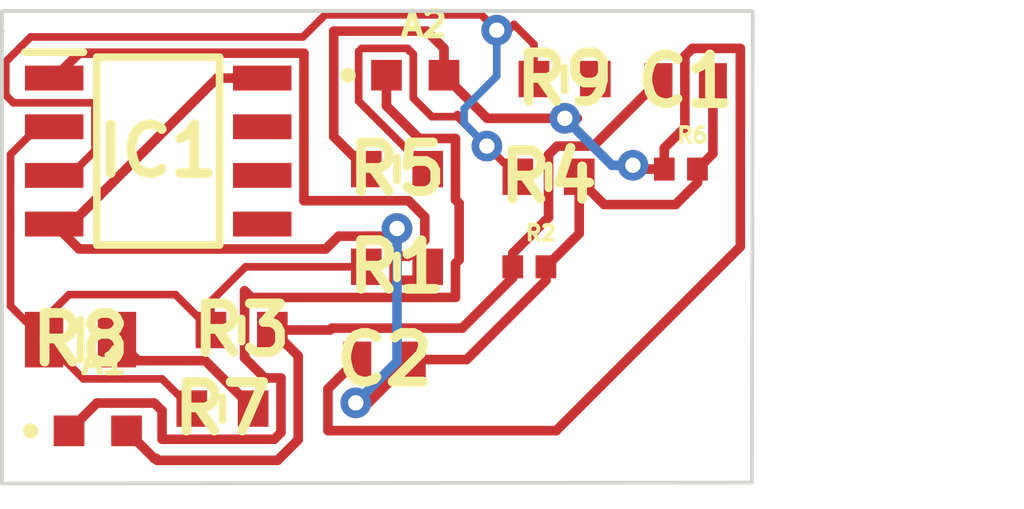
<source format=kicad_pcb>
(kicad_pcb (version 20211014) (generator pcbnew)
  (layers (0 "F.Cu" signal) (31 "B.Cu" signal) (34 "B.Paste" user) (35 "F.Paste" user) (36 "B.SilkS" user "B.Silkscreen") (37 "F.SilkS" user "F.Silkscreen") (38 "B.Mask" user) (39 "F.Mask" user) (44 "Edge.Cuts" user))
  (net 0 "")
  (net 1 "Vsupply")
  (net 2 "Vout1")
  (net 3 "Vout2")
  (net 4 "+5v")
  (net 5 "IN1-")
  (net 6 "IN1+")
  (net 7 "3v3")
  (net 8 "+3v3")
  (net 9 "Vdiff")
  (footprint "footprints:XDCR_ALS-PT19-315C_L177_TR8" (layer "F.Cu") (at 121.05 103.855)
    (fp_text reference "A1" (at 0.157 -1.8114) (layer "F.SilkS") (effects (font (size 0.64 0.64))))
    (fp_text value "ALS-PT19-315C/L177/TR8")
    (fp_circle (center -1.75 0) (end -1.65 0) (layer "F.SilkS") (width 0.2) (fill none))
    (pad "1" smd rect locked (at -0.75 0) (size 0.8 0.8) (layers "F.Cu" "F.Paste" "F.Mask") (net 7 "3v3"))
    (pad "2" smd rect locked (at 0.75 0) (size 0.8 0.8) (layers "F.Cu" "F.Paste" "F.Mask") (net 2 "Vout1"))
  )
  (footprint "SamacSys_Parts:RESC1608X55N" (layer "F.Cu") (at 128.85 99.575)
    (fp_text reference "R1" (at 0 0) (layer "F.SilkS") (effects (font (size 1.27 1.27) (thickness 0.254))))
    (fp_text value "RC0603FR-071KL" hide)
    (fp_line (start 0 -0.3) (end 0 0.3) (layer "F.SilkS") (width 0.2))
    (pad "1" smd rect locked (at -0.8 0) (size 0.8 0.95) (layers "F.Cu" "F.Paste" "F.Mask") (net 5 "IN1-"))
    (pad "2" smd rect locked (at 0.8 0) (size 0.8 0.95) (layers "F.Cu" "F.Paste" "F.Mask") (net 9 "Vdiff"))
  )
  (footprint "SamacSys_Parts:RESC2012X60N" (layer "F.Cu") (at 120.6 101.475)
    (fp_text reference "R8" (at 0 0) (layer "F.SilkS") (effects (font (size 1.27 1.27) (thickness 0.254))))
    (fp_text value "CR0805-FX-5110ELF" hide)
    (fp_line (start 0 -0.525) (end 0 0.525) (layer "F.SilkS") (width 0.2))
    (pad "1" smd rect locked (at -0.95 0) (size 1 1.45) (layers "F.Cu" "F.Paste" "F.Mask") (net 5 "IN1-"))
    (pad "2" smd rect locked (at 0.95 0) (size 1 1.45) (layers "F.Cu" "F.Paste" "F.Mask") (net 4 "+5v"))
  )
  (footprint "SamacSys_Parts:RESC1608X55N" (layer "F.Cu") (at 133.22 94.675)
    (fp_text reference "R9" (at 0 0) (layer "F.SilkS") (effects (font (size 1.27 1.27) (thickness 0.254))))
    (fp_text value "RC0603JR-0710KL" hide)
    (fp_line (start 0 -0.3) (end 0 0.3) (layer "F.SilkS") (width 0.2))
    (pad "1" smd rect locked (at -0.8 0) (size 0.8 0.95) (layers "F.Cu" "F.Paste" "F.Mask") (net 6 "IN1+"))
    (pad "2" smd rect locked (at 0.8 0) (size 0.8 0.95) (layers "F.Cu" "F.Paste" "F.Mask") (net 1 "Vsupply"))
  )
  (footprint "SamacSys_Parts:RESC1608X55N" (layer "F.Cu") (at 128.85 97.025 180)
    (fp_text reference "R5" (at 0 0) (layer "F.SilkS") (effects (font (size 1.27 1.27) (thickness 0.254))))
    (fp_text value "RC0603FR-071KL" hide)
    (fp_line (start 0 -0.3) (end 0 0.3) (layer "F.SilkS") (width 0.2))
    (pad "1" smd rect locked (at -0.8 0 180) (size 0.8 0.95) (layers "F.Cu" "F.Paste" "F.Mask") (net 6 "IN1+"))
    (pad "2" smd rect locked (at 0.8 0 180) (size 0.8 0.95) (layers "F.Cu" "F.Paste" "F.Mask") (net 3 "Vout2"))
  )
  (footprint "footprints:XDCR_ALS-PT19-315C_L177_TR8" (layer "F.Cu") (at 129.325 94.575)
    (fp_text reference "A2" (at 0.225 -1.325) (layer "F.SilkS") (effects (font (size 0.64 0.64))))
    (fp_text value "ALS-PT19-315C/L177/TR8")
    (fp_circle (center -1.75 0) (end -1.65 0) (layer "F.SilkS") (width 0.2) (fill none))
    (pad "1" smd rect locked (at -0.75 0) (size 0.8 0.8) (layers "F.Cu" "F.Paste" "F.Mask") (net 7 "3v3"))
    (pad "2" smd rect locked (at 0.75 0) (size 0.8 0.8) (layers "F.Cu" "F.Paste" "F.Mask") (net 3 "Vout2"))
  )
  (footprint "SamacSys_Parts:RESC1608X55N" (layer "F.Cu") (at 124.8 101.225)
    (fp_text reference "R3" (at 0 0) (layer "F.SilkS") (effects (font (size 1.27 1.27) (thickness 0.254))))
    (fp_text value "RC0603FR-071KL" hide)
    (fp_line (start 0 -0.3) (end 0 0.3) (layer "F.SilkS") (width 0.2))
    (pad "1" smd rect locked (at -0.8 0) (size 0.8 0.95) (layers "F.Cu" "F.Paste" "F.Mask") (net 5 "IN1-"))
    (pad "2" smd rect locked (at 0.8 0) (size 0.8 0.95) (layers "F.Cu" "F.Paste" "F.Mask") (net 2 "Vout1"))
  )
  (footprint "SamacSys_Parts:CAPC1608X90N" (layer "F.Cu") (at 128.525 101.995)
    (fp_text reference "C2" (at 0 0) (layer "F.SilkS") (effects (font (size 1.27 1.27) (thickness 0.254))))
    (fp_text value "CL10A105KB8NNNC" hide)
    (pad "1" smd rect locked (at -0.71 0) (size 0.73 0.94) (layers "F.Cu" "F.Paste" "F.Mask") (net 3 "Vout2"))
    (pad "2" smd rect locked (at 0.71 0) (size 0.73 0.94) (layers "F.Cu" "F.Paste" "F.Mask") (net 8 "+3v3"))
  )
  (footprint "footprints:RESC1005X37N" (layer "F.Cu") (at 132.3 99.575)
    (fp_text reference "R2" (at 0.3 -0.88) (layer "F.SilkS") (effects (font (size 0.393701 0.393701))))
    (fp_text value "AC0402FR-07536KL")
    (pad "1" smd rect locked (at -0.432 0) (size 0.54 0.6) (layers "F.Cu" "F.Paste" "F.Mask") (net 2 "Vout1"))
    (pad "2" smd rect locked (at 0.432 0) (size 0.54 0.6) (layers "F.Cu" "F.Paste" "F.Mask") (net 8 "+3v3"))
  )
  (footprint "SamacSys_Parts:RESC1608X55N" (layer "F.Cu") (at 132.8 97.225)
    (fp_text reference "R4" (at 0 0) (layer "F.SilkS") (effects (font (size 1.27 1.27) (thickness 0.254))))
    (fp_text value "RC0603FR-071KL" hide)
    (fp_line (start 0 -0.3) (end 0 0.3) (layer "F.SilkS") (width 0.2))
    (pad "1" smd rect locked (at -0.8 0) (size 0.8 0.95) (layers "F.Cu" "F.Paste" "F.Mask") (net 6 "IN1+"))
    (pad "2" smd rect locked (at 0.8 0) (size 0.8 0.95) (layers "F.Cu" "F.Paste" "F.Mask") (net 8 "+3v3"))
  )
  (footprint "SamacSys_Parts:RESC1608X55N" (layer "F.Cu") (at 124.3 103.275)
    (fp_text reference "R7" (at 0 0) (layer "F.SilkS") (effects (font (size 1.27 1.27) (thickness 0.254))))
    (fp_text value "RC0603FR-071KL" hide)
    (fp_line (start 0 -0.3) (end 0 0.3) (layer "F.SilkS") (width 0.2))
    (pad "1" smd rect locked (at -0.8 0) (size 0.8 0.95) (layers "F.Cu" "F.Paste" "F.Mask") (net 5 "IN1-"))
    (pad "2" smd rect locked (at 0.8 0) (size 0.8 0.95) (layers "F.Cu" "F.Paste" "F.Mask") (net 4 "+5v"))
  )
  (footprint "SamacSys_Parts:SOIC127P600X175-8N" (layer "F.Cu") (at 122.625 96.555)
    (fp_text reference "IC1" (at 0 0) (layer "F.SilkS") (effects (font (size 1.27 1.27) (thickness 0.254))))
    (fp_text value "LM358DT" hide)
    (fp_line (start -1.6 2.45) (end -1.6 -2.45) (layer "F.SilkS") (width 0.2))
    (fp_line (start -1.6 -2.45) (end 1.6 -2.45) (layer "F.SilkS") (width 0.2))
    (fp_line (start 1.6 2.45) (end -1.6 2.45) (layer "F.SilkS") (width 0.2))
    (fp_line (start -3.475 -2.58) (end -1.95 -2.58) (layer "F.SilkS") (width 0.2))
    (fp_line (start 1.6 -2.45) (end 1.6 2.45) (layer "F.SilkS") (width 0.2))
    (pad "1" smd rect locked (at -2.712 -1.905 90) (size 0.65 1.525) (layers "F.Cu" "F.Paste" "F.Mask") (net 9 "Vdiff"))
    (pad "2" smd rect locked (at -2.712 -0.635 90) (size 0.65 1.525) (layers "F.Cu" "F.Paste" "F.Mask") (net 5 "IN1-"))
    (pad "3" smd rect locked (at -2.712 0.635 90) (size 0.65 1.525) (layers "F.Cu" "F.Paste" "F.Mask") (net 6 "IN1+"))
    (pad "4" smd rect locked (at -2.712 1.905 90) (size 0.65 1.525) (layers "F.Cu" "F.Paste" "F.Mask") (net 8 "+3v3"))
    (pad "5" smd rect locked (at 2.712 1.905 90) (size 0.65 1.525) (layers "F.Cu" "F.Paste" "F.Mask"))
    (pad "6" smd rect locked (at 2.712 0.635 90) (size 0.65 1.525) (layers "F.Cu" "F.Paste" "F.Mask"))
    (pad "7" smd rect locked (at 2.712 -0.635 90) (size 0.65 1.525) (layers "F.Cu" "F.Paste" "F.Mask"))
    (pad "8" smd rect locked (at 2.712 -1.905 90) (size 0.65 1.525) (layers "F.Cu" "F.Paste" "F.Mask") (net 8 "+3v3"))
  )
  (footprint "SamacSys_Parts:CAPC1608X90N" (layer "F.Cu") (at 136.375 94.73)
    (fp_text reference "C1" (at 0 0) (layer "F.SilkS") (effects (font (size 1.27 1.27) (thickness 0.254))))
    (fp_text value "CL10A105KB8NNNC" hide)
    (pad "1" smd rect locked (at -0.71 0) (size 0.73 0.94) (layers "F.Cu" "F.Paste" "F.Mask") (net 2 "Vout1"))
    (pad "2" smd rect locked (at 0.71 0) (size 0.73 0.94) (layers "F.Cu" "F.Paste" "F.Mask") (net 8 "+3v3"))
  )
  (footprint "footprints:RESC1005X37N" (layer "F.Cu") (at 136.25 97.025)
    (fp_text reference "R6" (at 0.3 -0.88) (layer "F.SilkS") (effects (font (size 0.393701 0.393701))))
    (fp_text value "AC0402FR-07536KL")
    (pad "1" smd rect locked (at -0.432 0) (size 0.54 0.6) (layers "F.Cu" "F.Paste" "F.Mask") (net 3 "Vout2"))
    (pad "2" smd rect locked (at 0.432 0) (size 0.54 0.6) (layers "F.Cu" "F.Paste" "F.Mask") (net 8 "+3v3"))
  )
  (gr_line (start 138.1 105.205) (end 118.55 105.23) (layer "Edge.Cuts") (width 0.1))
  (gr_line (start 118.55 105.23) (end 118.55 92.9) (layer "Edge.Cuts") (width 0.1))
  (gr_line (start 118.6 92.9) (end 138.1 92.9) (layer "Edge.Cuts") (width 0.1))
  (gr_line (start 138.125 92.925) (end 138.1 105.205) (layer "Edge.Cuts") (width 0.1))
  (gr_line (start 118.55 93.405) (end 118.575 93.43) (layer "Edge.Cuts") (width 0.1))
  (segment (start 127.150978 101.175) (end 127.100978 101.225) (width 0.25) (layer "F.Cu") (net 2))
  (segment (start 133.024511 96.425489) (end 132.8 96.65) (width 0.25) (layer "F.Cu") (net 2))
  (segment (start 132.8 98.287978) (end 131.868 99.219978) (width 0.25) (layer "F.Cu") (net 2))
  (segment (start 133.969511 96.425489) (end 133.024511 96.425489) (width 0.25) (layer "F.Cu") (net 2))
  (segment (start 126.274031 101.926531) (end 126.271531 101.924031) (width 0.25) (layer "F.Cu") (net 2))
  (segment (start 131.868 99.857) (end 130.55 101.175) (width 0.25) (layer "F.Cu") (net 2))
  (segment (start 132.8 96.65) (end 132.8 98.287978) (width 0.25) (layer "F.Cu") (net 2))
  (segment (start 131.868 99.575) (end 131.868 99.857) (width 0.25) (layer "F.Cu") (net 2))
  (segment (start 121.8 103.855) (end 122.519511 104.574511) (width 0.25) (layer "F.Cu") (net 2))
  (segment (start 135.665 94.73) (end 133.969511 96.425489) (width 0.25) (layer "F.Cu") (net 2))
  (segment (start 125.736197 104.625) (end 126.274031 104.087166) (width 0.25) (layer "F.Cu") (net 2))
  (segment (start 122.5975 104.625) (end 125.736197 104.625) (width 0.25) (layer "F.Cu") (net 2))
  (segment (start 131.868 99.219978) (end 131.868 99.575) (width 0.25) (layer "F.Cu") (net 2))
  (segment (start 130.55 101.175) (end 127.150978 101.175) (width 0.25) (layer "F.Cu") (net 2))
  (segment (start 122.572011 104.599511) (end 122.5975 104.625) (width 0.25) (layer "F.Cu") (net 2))
  (segment (start 126.274031 101.899031) (end 125.6 101.225) (width 0.25) (layer "F.Cu") (net 2))
  (segment (start 126.274031 104.087166) (end 126.274031 101.926531) (width 0.25) (layer "F.Cu") (net 2))
  (segment (start 122.519511 104.574511) (end 122.574511 104.574511) (width 0.25) (layer "F.Cu") (net 2))
  (segment (start 127.100978 101.225) (end 125.6 101.225) (width 0.25) (layer "F.Cu") (net 2))
  (segment (start 127.2 93.42454) (end 129.62454 93.42454) (width 0.25) (layer "F.Cu") (net 3))
  (segment (start 127.815 101.995) (end 127.05 102.76) (width 0.25) (layer "F.Cu") (net 3))
  (segment (start 135.818 97.025) (end 135.1 97.025) (width 0.25) (layer "F.Cu") (net 3))
  (segment (start 129.62454 93.42454) (end 130.075 93.875) (width 0.25) (layer "F.Cu") (net 3))
  (segment (start 136.55 93.875) (end 136.354511 94.070489) (width 0.25) (layer "F.Cu") (net 3))
  (segment (start 131.2 95.7) (end 133.225 95.7) (width 0.25) (layer "F.Cu") (net 3))
  (segment (start 127.2 96.175) (end 127.2 93.42454) (width 0.25) (layer "F.Cu") (net 3))
  (segment (start 137.8 99.05) (end 137.8 93.875) (width 0.25) (layer "F.Cu") (net 3))
  (segment (start 128.05 97.025) (end 127.2 96.175) (width 0.25) (layer "F.Cu") (net 3))
  (segment (start 133 103.85) (end 137.8 99.05) (width 0.25) (layer "F.Cu") (net 3))
  (segment (start 127.05 103.85) (end 133 103.85) (width 0.25) (layer "F.Cu") (net 3))
  (segment (start 136.354511 95.938489) (end 135.818 96.475) (width 0.25) (layer "F.Cu") (net 3))
  (segment (start 133.55 95.7) (end 133.225 95.7) (width 0.25) (layer "F.Cu") (net 3))
  (segment (start 135.1 97.025) (end 135 96.925) (width 0.25) (layer "F.Cu") (net 3))
  (segment (start 130.075 93.875) (end 130.075 94.575) (width 0.25) (layer "F.Cu") (net 3))
  (segment (start 130.075 94.575) (end 131.2 95.7) (width 0.25) (layer "F.Cu") (net 3))
  (segment (start 135.818 96.475) (end 135.818 97.025) (width 0.25) (layer "F.Cu") (net 3))
  (segment (start 137.8 93.875) (end 136.55 93.875) (width 0.25) (layer "F.Cu") (net 3))
  (segment (start 127.05 102.76) (end 127.05 103.85) (width 0.25) (layer "F.Cu") (net 3))
  (segment (start 136.354511 94.070489) (end 136.354511 95.938489) (width 0.25) (layer "F.Cu") (net 3))
  (via (at 133.225 95.7) (size 0.8) (drill 0.4) (layers "F.Cu" "B.Cu") (net 3))
  (via (at 135 96.925) (size 0.8) (drill 0.4) (layers "F.Cu" "B.Cu") (net 3))
  (segment (start 134.45 96.925) (end 133.225 95.7) (width 0.25) (layer "B.Cu") (net 3))
  (segment (start 135 96.925) (end 134.45 96.925) (width 0.25) (layer "B.Cu") (net 3))
  (segment (start 122.099511 102.024511) (end 123.849511 102.024511) (width 0.25) (layer "F.Cu") (net 4))
  (segment (start 121.55 101.475) (end 122.099511 102.024511) (width 0.25) (layer "F.Cu") (net 4))
  (segment (start 123.849511 102.024511) (end 125.1 103.275) (width 0.25) (layer "F.Cu") (net 4))
  (segment (start 124 101.225) (end 123.075 100.3) (width 0.2) (layer "F.Cu") (net 5))
  (segment (start 119.913 95.92) (end 119.496478 95.92) (width 0.2) (layer "F.Cu") (net 5))
  (segment (start 122.724511 102.499511) (end 120.674511 102.499511) (width 0.2) (layer "F.Cu") (net 5))
  (segment (start 118.775 100.6) (end 119.65 101.475) (width 0.2) (layer "F.Cu") (net 5))
  (segment (start 118.775 96.641478) (end 118.775 100.6) (width 0.2) (layer "F.Cu") (net 5))
  (segment (start 119.496478 95.92) (end 118.775 96.641478) (width 0.2) (layer "F.Cu") (net 5))
  (segment (start 124.9 99.575) (end 128.05 99.575) (width 0.2) (layer "F.Cu") (net 5))
  (segment (start 120.3 100.3) (end 119.65 100.95) (width 0.2) (layer "F.Cu") (net 5))
  (segment (start 124 101.225) (end 124 100.475) (width 0.2) (layer "F.Cu") (net 5))
  (segment (start 119.65 100.95) (end 119.65 101.475) (width 0.2) (layer "F.Cu") (net 5))
  (segment (start 120.674511 102.499511) (end 119.65 101.475) (width 0.2) (layer "F.Cu") (net 5))
  (segment (start 123.5 103.275) (end 122.724511 102.499511) (width 0.2) (layer "F.Cu") (net 5))
  (segment (start 123.075 100.3) (end 120.3 100.3) (width 0.2) (layer "F.Cu") (net 5))
  (segment (start 124 100.475) (end 124.9 99.575) (width 0.2) (layer "F.Cu") (net 5))
  (segment (start 129.125 93.875) (end 127.92404 93.875) (width 0.2) (layer "F.Cu") (net 6))
  (segment (start 118.850989 95.295489) (end 118.65002 95.09452) (width 0.2) (layer "F.Cu") (net 6))
  (segment (start 128.06183 95.46317) (end 127.85 95.25134) (width 0.2) (layer "F.Cu") (net 6))
  (segment (start 127.85 95.25134) (end 127.85 93.94904) (width 0.2) (layer "F.Cu") (net 6))
  (segment (start 129.65 97.025) (end 129.62366 97.025) (width 0.2) (layer "F.Cu") (net 6))
  (segment (start 120.975011 95.295489) (end 118.850989 95.295489) (width 0.2) (layer "F.Cu") (net 6))
  (segment (start 132.42 93.77) (end 131.9 93.25) (width 0.2) (layer "F.Cu") (net 6))
  (segment (start 129.62366 97.025) (end 128.06183 95.46317) (width 0.2) (layer "F.Cu") (net 6))
  (segment (start 119.913 97.19) (end 120.329522 97.19) (width 0.2) (layer "F.Cu") (net 6))
  (segment (start 132.42 94.675) (end 132.42 93.77) (width 0.2) (layer "F.Cu") (net 6))
  (segment (start 131.05002 93.00002) (end 131.45 93.4) (width 0.2) (layer "F.Cu") (net 6))
  (segment (start 118.65002 94.226458) (end 119.300508 93.57597) (width 0.2) (layer "F.Cu") (net 6))
  (segment (start 128.06183 95.46317) (end 128.05 95.45134) (width 0.2) (layer "F.Cu") (net 6))
  (segment (start 118.65002 95.09452) (end 118.65002 94.226458) (width 0.2) (layer "F.Cu") (net 6))
  (segment (start 126.97498 93.00002) (end 131.05002 93.00002) (width 0.2) (layer "F.Cu") (net 6))
  (segment (start 129.19904 93.94904) (end 129.125 93.875) (width 0.2) (layer "F.Cu") (net 6))
  (segment (start 120.329522 97.19) (end 120.975011 96.544511) (width 0.2) (layer "F.Cu") (net 6))
  (segment (start 131.75 93.4) (end 131.45 93.4) (width 0.2) (layer "F.Cu") (net 6))
  (segment (start 129.75771 95.656732) (end 130.425 95.656732) (width 0.2) (layer "F.Cu") (net 6))
  (segment (start 131.192732 96.424464) (end 130.425 95.656732) (width 0.2) (layer "F.Cu") (net 6))
  (segment (start 120.975011 96.544511) (end 120.975011 95.295489) (width 0.2) (layer "F.Cu") (net 6))
  (segment (start 126.39903 93.57597) (end 126.97498 93.00002) (width 0.2) (layer "F.Cu") (net 6))
  (segment (start 129.274511 94.024511) (end 129.19904 93.94904) (width 0.2) (layer "F.Cu") (net 6))
  (segment (start 129.19904 93.94904) (end 129.175 93.94904) (width 0.2) (layer "F.Cu") (net 6))
  (segment (start 129.274511 95.173533) (end 129.274511 94.024511) (width 0.2) (layer "F.Cu") (net 6))
  (segment (start 119.300508 93.57597) (end 126.39903 93.57597) (width 0.2) (layer "F.Cu") (net 6))
  (segment (start 131.199464 96.424464) (end 132 97.225) (width 0.2) (layer "F.Cu") (net 6))
  (segment (start 129.274511 95.173533) (end 129.75771 95.656732) (width 0.2) (layer "F.Cu") (net 6))
  (segment (start 130.425 95.656732) (end 130.425 95.6) (width 0.2) (layer "F.Cu") (net 6))
  (segment (start 131.192732 96.424464) (end 131.199464 96.424464) (width 0.2) (layer "F.Cu") (net 6))
  (segment (start 131.9 93.25) (end 131.75 93.4) (width 0.2) (layer "F.Cu") (net 6))
  (via (at 131.192732 96.424464) (size 0.8) (drill 0.4) (layers "F.Cu" "B.Cu") (net 6))
  (via (at 131.45 93.4) (size 0.8) (drill 0.4) (layers "F.Cu" "B.Cu") (net 6))
  (segment (start 131.45 93.4) (end 131.45 94.6) (width 0.2) (layer "B.Cu") (net 6))
  (segment (start 130.6 95.831732) (end 131.192732 96.424464) (width 0.2) (layer "B.Cu") (net 6))
  (segment (start 131.45 94.6) (end 130.6 95.45) (width 0.2) (layer "B.Cu") (net 6))
  (segment (start 130.6 95.45) (end 130.6 95.831732) (width 0.2) (layer "B.Cu") (net 6))
  (segment (start 130.469641 99.391077) (end 130.374511 99.486207) (width 0.25) (layer "F.Cu") (net 7))
  (segment (start 130.374511 100.374511) (end 125.050127 100.374511) (width 0.25) (layer "F.Cu") (net 7))
  (segment (start 125.824511 103.900969) (end 125.65048 104.075) (width 0.25) (layer "F.Cu") (net 7))
  (segment (start 125.65048 104.075) (end 122.725 104.075) (width 0.25) (layer "F.Cu") (net 7))
  (segment (start 130.374511 99.486207) (end 130.374511 100.374511) (width 0.25) (layer "F.Cu") (net 7))
  (segment (start 129.424511 96.225489) (end 130.374511 96.225489) (width 0.25) (layer "F.Cu") (net 7))
  (segment (start 130.469641 97.919641) (end 130.469641 99.391077) (width 0.25) (layer "F.Cu") (net 7))
  (segment (start 130.374511 96.225489) (end 130.374511 97.824511) (width 0.25) (layer "F.Cu") (net 7))
  (segment (start 125.824511 102.475489) (end 125.824511 103.900969) (width 0.25) (layer "F.Cu") (net 7))
  (segment (start 124.887745 101.962255) (end 125.400979 102.475489) (width 0.25) (layer "F.Cu") (net 7))
  (segment (start 122.725 104.075) (end 122.725 103.330978) (width 0.25) (layer "F.Cu") (net 7))
  (segment (start 130.374511 97.824511) (end 130.469641 97.919641) (width 0.25) (layer "F.Cu") (net 7))
  (segment (start 121.024511 103.130489) (end 120.3 103.855) (width 0.25) (layer "F.Cu") (net 7))
  (segment (start 125.050127 100.374511) (end 124.875489 100.199873) (width 0.25) (layer "F.Cu") (net 7))
  (segment (start 128.575 94.575) (end 128.575 95.375978) (width 0.25) (layer "F.Cu") (net 7))
  (segment (start 122.524511 103.130489) (end 121.024511 103.130489) (width 0.25) (layer "F.Cu") (net 7))
  (segment (start 128.575 95.375978) (end 129.424511 96.225489) (width 0.25) (layer "F.Cu") (net 7))
  (segment (start 124.875489 101.95) (end 124.887745 101.962255) (width 0.25) (layer "F.Cu") (net 7))
  (segment (start 124.875489 100.199873) (end 124.875489 101.95) (width 0.25) (layer "F.Cu") (net 7))
  (segment (start 124.887745 101.962255) (end 124.95 102.024511) (width 0.25) (layer "F.Cu") (net 7))
  (segment (start 122.725 103.330978) (end 122.524511 103.130489) (width 0.25) (layer "F.Cu") (net 7))
  (segment (start 125.400979 102.475489) (end 125.824511 102.475489) (width 0.25) (layer "F.Cu") (net 7))
  (segment (start 128.649011 98.775489) (end 128.85 98.5745) (width 0.25) (layer "F.Cu") (net 8))
  (segment (start 133.6 97.225) (end 133.6 97.3) (width 0.25) (layer "F.Cu") (net 8))
  (segment (start 120.3505 98.46) (end 119.913 98.46) (width 0.25) (layer "F.Cu") (net 8))
  (segment (start 130.667022 101.995) (end 132.732 99.930022) (width 0.25) (layer "F.Cu") (net 8))
  (segment (start 128.125 98.775489) (end 128.214771 98.775489) (width 0.25) (layer "F.Cu") (net 8))
  (segment (start 125.337 94.65) (end 124.1605 94.65) (width 0.25) (layer "F.Cu") (net 8))
  (segment (start 137.085 96.622) (end 137.085 94.73) (width 0.25) (layer "F.Cu") (net 8))
  (segment (start 119.913 98.46) (end 120.562511 99.109511) (width 0.25) (layer "F.Cu") (net 8))
  (segment (start 128.105 103.125) (end 129.235 101.995) (width 0.25) (layer "F.Cu") (net 8))
  (segment (start 133.6 98.707) (end 133.6 97.225) (width 0.25) (layer "F.Cu") (net 8))
  (segment (start 132.732 99.930022) (end 132.732 99.575) (width 0.25) (layer "F.Cu") (net 8))
  (segment (start 134.25 97.95) (end 136.112022 97.95) (width 0.25) (layer "F.Cu") (net 8))
  (segment (start 136.682 97.025) (end 137.085 96.622) (width 0.25) (layer "F.Cu") (net 8))
  (segment (start 128.05 98.775489) (end 128.125 98.775489) (width 0.25) (layer "F.Cu") (net 8))
  (segment (start 128.214771 98.775489) (end 128.649011 98.775489) (width 0.25) (layer "F.Cu") (net 8))
  (segment (start 126.991467 99.109511) (end 127.325489 98.775489) (width 0.25) (layer "F.Cu") (net 8))
  (segment (start 127.775 103.125) (end 128.105 103.125) (width 0.25) (layer "F.Cu") (net 8))
  (segment (start 124.1605 94.65) (end 120.3505 98.46) (width 0.25) (layer "F.Cu") (net 8))
  (segment (start 136.682 97.380022) (end 136.682 97.025) (width 0.25) (layer "F.Cu") (net 8))
  (segment (start 133.6 97.3) (end 134.25 97.95) (width 0.25) (layer "F.Cu") (net 8))
  (segment (start 127.325489 98.775489) (end 128.05 98.775489) (width 0.25) (layer "F.Cu") (net 8))
  (segment (start 136.112022 97.95) (end 136.682 97.380022) (width 0.25) (layer "F.Cu") (net 8))
  (segment (start 120.562511 99.109511) (end 126.991467 99.109511) (width 0.25) (layer "F.Cu") (net 8))
  (segment (start 132.732 99.575) (end 133.6 98.707) (width 0.25) (layer "F.Cu") (net 8))
  (segment (start 129.235 101.995) (end 130.667022 101.995) (width 0.25) (layer "F.Cu") (net 8))
  (via (at 127.775 103.125) (size 0.8) (drill 0.4) (layers "F.Cu" "B.Cu") (net 8))
  (via (at 128.85 98.5745) (size 0.8) (drill 0.4) (layers "F.Cu" "B.Cu") (net 8))
  (segment (start 128.85 102.05) (end 127.775 103.125) (width 0.25) (layer "B.Cu") (net 8))
  (segment (start 128.85 98.5745) (end 128.85 102.05) (width 0.25) (layer "B.Cu") (net 8))
  (segment (start 129.150103 97.849989) (end 129.574511 98.274397) (width 0.25) (layer "F.Cu") (net 9))
  (segment (start 128.774511 99.299011) (end 128.774511 99.924991) (width 0.25) (layer "F.Cu") (net 9))
  (segment (start 119.913 94.65) (end 120.562511 94.000489) (width 0.25) (layer "F.Cu") (net 9))
  (segment (start 129.574511 98.274397) (end 129.574511 98.874603) (width 0.25) (layer "F.Cu") (net 9))
  (segment (start 126.424011 94.000489) (end 126.424011 97.849989) (width 0.25) (layer "F.Cu") (net 9))
  (segment (start 129.150103 99.299011) (end 128.774511 99.299011) (width 0.25) (layer "F.Cu") (net 9))
  (segment (start 128.774511 99.924991) (end 129.30001 99.924991) (width 0.25) (layer "F.Cu") (net 9))
  (segment (start 129.574511 98.874603) (end 129.150103 99.299011) (width 0.25) (layer "F.Cu") (net 9))
  (segment (start 129.30001 99.924991) (end 129.65 99.575) (width 0.25) (layer "F.Cu") (net 9))
  (segment (start 120.562511 94.000489) (end 126.424011 94.000489) (width 0.25) (layer "F.Cu") (net 9))
  (segment (start 126.424011 97.849989) (end 129.150103 97.849989) (width 0.25) (layer "F.Cu") (net 9))
)
</source>
